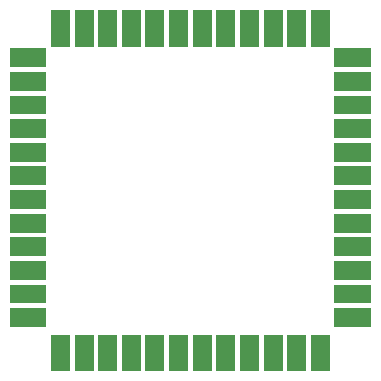
<source format=gbr>
G04 #@! TF.GenerationSoftware,KiCad,Pcbnew,(5.1.5-0-10_14)*
G04 #@! TF.CreationDate,2019-12-28T15:12:34-06:00*
G04 #@! TF.ProjectId,CircuitBrains Deluxe v1_3,43697263-7569-4744-9272-61696e732044,rev?*
G04 #@! TF.SameCoordinates,Original*
G04 #@! TF.FileFunction,Soldermask,Bot*
G04 #@! TF.FilePolarity,Negative*
%FSLAX46Y46*%
G04 Gerber Fmt 4.6, Leading zero omitted, Abs format (unit mm)*
G04 Created by KiCad (PCBNEW (5.1.5-0-10_14)) date 2019-12-28 15:12:34*
%MOMM*%
%LPD*%
G04 APERTURE LIST*
%ADD10C,0.100000*%
G04 APERTURE END LIST*
D10*
G36*
X111450800Y-116250800D02*
G01*
X109849200Y-116250800D01*
X109849200Y-113149200D01*
X111450800Y-113149200D01*
X111450800Y-116250800D01*
G37*
G36*
X109450800Y-116250800D02*
G01*
X107849200Y-116250800D01*
X107849200Y-113149200D01*
X109450800Y-113149200D01*
X109450800Y-116250800D01*
G37*
G36*
X107450800Y-116250800D02*
G01*
X105849200Y-116250800D01*
X105849200Y-113149200D01*
X107450800Y-113149200D01*
X107450800Y-116250800D01*
G37*
G36*
X105450800Y-116250800D02*
G01*
X103849200Y-116250800D01*
X103849200Y-113149200D01*
X105450800Y-113149200D01*
X105450800Y-116250800D01*
G37*
G36*
X103450800Y-116250800D02*
G01*
X101849200Y-116250800D01*
X101849200Y-113149200D01*
X103450800Y-113149200D01*
X103450800Y-116250800D01*
G37*
G36*
X101450800Y-116250800D02*
G01*
X99849200Y-116250800D01*
X99849200Y-113149200D01*
X101450800Y-113149200D01*
X101450800Y-116250800D01*
G37*
G36*
X99450800Y-116250800D02*
G01*
X97849200Y-116250800D01*
X97849200Y-113149200D01*
X99450800Y-113149200D01*
X99450800Y-116250800D01*
G37*
G36*
X97450800Y-116250800D02*
G01*
X95849200Y-116250800D01*
X95849200Y-113149200D01*
X97450800Y-113149200D01*
X97450800Y-116250800D01*
G37*
G36*
X95450800Y-116250800D02*
G01*
X93849200Y-116250800D01*
X93849200Y-113149200D01*
X95450800Y-113149200D01*
X95450800Y-116250800D01*
G37*
G36*
X93450800Y-116250800D02*
G01*
X91849200Y-116250800D01*
X91849200Y-113149200D01*
X93450800Y-113149200D01*
X93450800Y-116250800D01*
G37*
G36*
X91450800Y-116250800D02*
G01*
X89849200Y-116250800D01*
X89849200Y-113149200D01*
X91450800Y-113149200D01*
X91450800Y-116250800D01*
G37*
G36*
X89450800Y-116250800D02*
G01*
X87849200Y-116250800D01*
X87849200Y-113149200D01*
X89450800Y-113149200D01*
X89450800Y-116250800D01*
G37*
G36*
X87450800Y-112500800D02*
G01*
X84349200Y-112500800D01*
X84349200Y-110899200D01*
X87450800Y-110899200D01*
X87450800Y-112500800D01*
G37*
G36*
X114950800Y-112500800D02*
G01*
X111849200Y-112500800D01*
X111849200Y-110899200D01*
X114950800Y-110899200D01*
X114950800Y-112500800D01*
G37*
G36*
X87450800Y-110500800D02*
G01*
X84349200Y-110500800D01*
X84349200Y-108899200D01*
X87450800Y-108899200D01*
X87450800Y-110500800D01*
G37*
G36*
X114950800Y-110500800D02*
G01*
X111849200Y-110500800D01*
X111849200Y-108899200D01*
X114950800Y-108899200D01*
X114950800Y-110500800D01*
G37*
G36*
X87450800Y-108500800D02*
G01*
X84349200Y-108500800D01*
X84349200Y-106899200D01*
X87450800Y-106899200D01*
X87450800Y-108500800D01*
G37*
G36*
X114950800Y-108500800D02*
G01*
X111849200Y-108500800D01*
X111849200Y-106899200D01*
X114950800Y-106899200D01*
X114950800Y-108500800D01*
G37*
G36*
X87450800Y-106500800D02*
G01*
X84349200Y-106500800D01*
X84349200Y-104899200D01*
X87450800Y-104899200D01*
X87450800Y-106500800D01*
G37*
G36*
X114950800Y-106500800D02*
G01*
X111849200Y-106500800D01*
X111849200Y-104899200D01*
X114950800Y-104899200D01*
X114950800Y-106500800D01*
G37*
G36*
X87450800Y-104500800D02*
G01*
X84349200Y-104500800D01*
X84349200Y-102899200D01*
X87450800Y-102899200D01*
X87450800Y-104500800D01*
G37*
G36*
X114950800Y-104500800D02*
G01*
X111849200Y-104500800D01*
X111849200Y-102899200D01*
X114950800Y-102899200D01*
X114950800Y-104500800D01*
G37*
G36*
X87450800Y-102500800D02*
G01*
X84349200Y-102500800D01*
X84349200Y-100899200D01*
X87450800Y-100899200D01*
X87450800Y-102500800D01*
G37*
G36*
X114950800Y-102500800D02*
G01*
X111849200Y-102500800D01*
X111849200Y-100899200D01*
X114950800Y-100899200D01*
X114950800Y-102500800D01*
G37*
G36*
X114950800Y-100500800D02*
G01*
X111849200Y-100500800D01*
X111849200Y-98899200D01*
X114950800Y-98899200D01*
X114950800Y-100500800D01*
G37*
G36*
X87450800Y-100500800D02*
G01*
X84349200Y-100500800D01*
X84349200Y-98899200D01*
X87450800Y-98899200D01*
X87450800Y-100500800D01*
G37*
G36*
X114950800Y-98500800D02*
G01*
X111849200Y-98500800D01*
X111849200Y-96899200D01*
X114950800Y-96899200D01*
X114950800Y-98500800D01*
G37*
G36*
X87450800Y-98500800D02*
G01*
X84349200Y-98500800D01*
X84349200Y-96899200D01*
X87450800Y-96899200D01*
X87450800Y-98500800D01*
G37*
G36*
X114950800Y-96500800D02*
G01*
X111849200Y-96500800D01*
X111849200Y-94899200D01*
X114950800Y-94899200D01*
X114950800Y-96500800D01*
G37*
G36*
X87450800Y-96500800D02*
G01*
X84349200Y-96500800D01*
X84349200Y-94899200D01*
X87450800Y-94899200D01*
X87450800Y-96500800D01*
G37*
G36*
X114950800Y-94500800D02*
G01*
X111849200Y-94500800D01*
X111849200Y-92899200D01*
X114950800Y-92899200D01*
X114950800Y-94500800D01*
G37*
G36*
X87450800Y-94500800D02*
G01*
X84349200Y-94500800D01*
X84349200Y-92899200D01*
X87450800Y-92899200D01*
X87450800Y-94500800D01*
G37*
G36*
X87450800Y-92500800D02*
G01*
X84349200Y-92500800D01*
X84349200Y-90899200D01*
X87450800Y-90899200D01*
X87450800Y-92500800D01*
G37*
G36*
X114950800Y-92500800D02*
G01*
X111849200Y-92500800D01*
X111849200Y-90899200D01*
X114950800Y-90899200D01*
X114950800Y-92500800D01*
G37*
G36*
X87450800Y-90500800D02*
G01*
X84349200Y-90500800D01*
X84349200Y-88899200D01*
X87450800Y-88899200D01*
X87450800Y-90500800D01*
G37*
G36*
X114950800Y-90500800D02*
G01*
X111849200Y-90500800D01*
X111849200Y-88899200D01*
X114950800Y-88899200D01*
X114950800Y-90500800D01*
G37*
G36*
X111450800Y-88750800D02*
G01*
X109849200Y-88750800D01*
X109849200Y-85649200D01*
X111450800Y-85649200D01*
X111450800Y-88750800D01*
G37*
G36*
X109450800Y-88750800D02*
G01*
X107849200Y-88750800D01*
X107849200Y-85649200D01*
X109450800Y-85649200D01*
X109450800Y-88750800D01*
G37*
G36*
X107450800Y-88750800D02*
G01*
X105849200Y-88750800D01*
X105849200Y-85649200D01*
X107450800Y-85649200D01*
X107450800Y-88750800D01*
G37*
G36*
X105450800Y-88750800D02*
G01*
X103849200Y-88750800D01*
X103849200Y-85649200D01*
X105450800Y-85649200D01*
X105450800Y-88750800D01*
G37*
G36*
X103450800Y-88750800D02*
G01*
X101849200Y-88750800D01*
X101849200Y-85649200D01*
X103450800Y-85649200D01*
X103450800Y-88750800D01*
G37*
G36*
X101450800Y-88750800D02*
G01*
X99849200Y-88750800D01*
X99849200Y-85649200D01*
X101450800Y-85649200D01*
X101450800Y-88750800D01*
G37*
G36*
X99450800Y-88750800D02*
G01*
X97849200Y-88750800D01*
X97849200Y-85649200D01*
X99450800Y-85649200D01*
X99450800Y-88750800D01*
G37*
G36*
X97450800Y-88750800D02*
G01*
X95849200Y-88750800D01*
X95849200Y-85649200D01*
X97450800Y-85649200D01*
X97450800Y-88750800D01*
G37*
G36*
X95450800Y-88750800D02*
G01*
X93849200Y-88750800D01*
X93849200Y-85649200D01*
X95450800Y-85649200D01*
X95450800Y-88750800D01*
G37*
G36*
X93450800Y-88750800D02*
G01*
X91849200Y-88750800D01*
X91849200Y-85649200D01*
X93450800Y-85649200D01*
X93450800Y-88750800D01*
G37*
G36*
X91450800Y-88750800D02*
G01*
X89849200Y-88750800D01*
X89849200Y-85649200D01*
X91450800Y-85649200D01*
X91450800Y-88750800D01*
G37*
G36*
X89450800Y-88750800D02*
G01*
X87849200Y-88750800D01*
X87849200Y-85649200D01*
X89450800Y-85649200D01*
X89450800Y-88750800D01*
G37*
M02*

</source>
